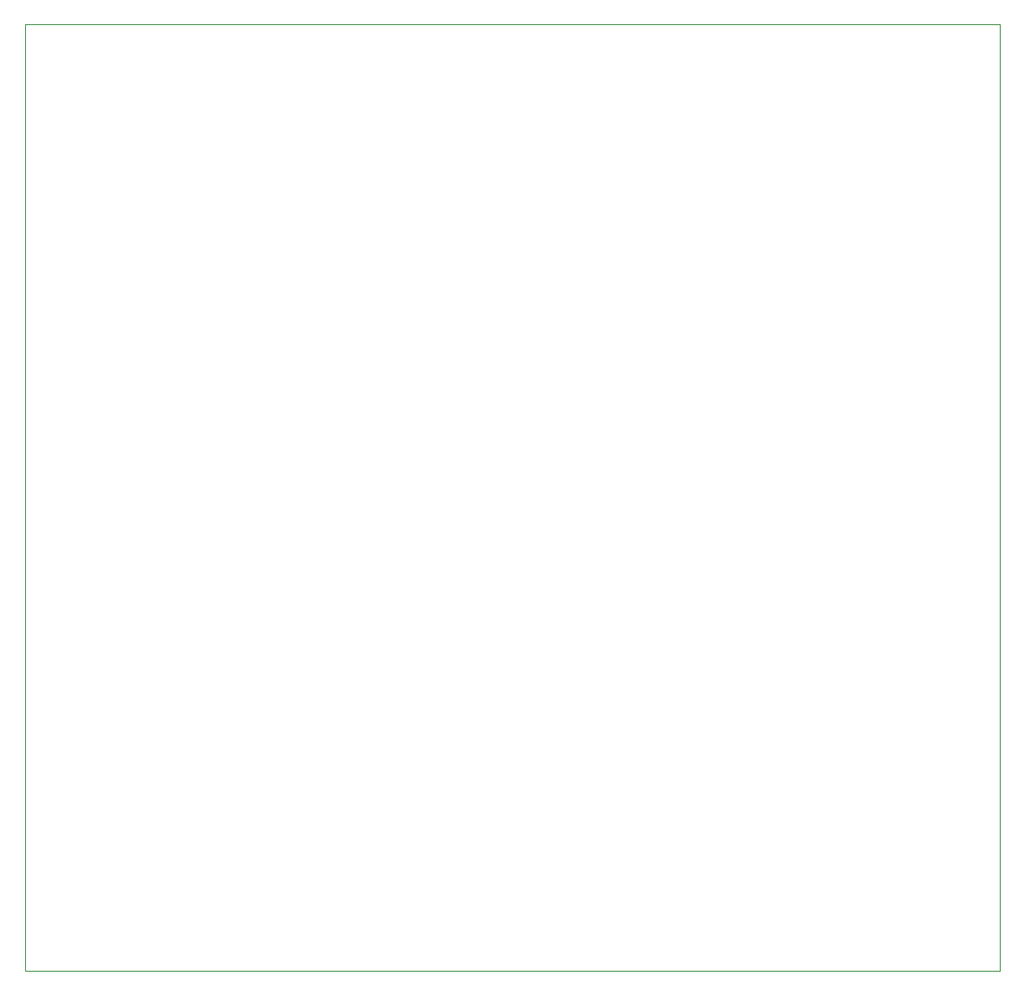
<source format=gbr>
%TF.GenerationSoftware,KiCad,Pcbnew,(6.0.7)*%
%TF.CreationDate,2023-04-20T22:54:43-04:00*%
%TF.ProjectId,NPN Tracer V2b,4e504e20-5472-4616-9365-72205632622e,rev?*%
%TF.SameCoordinates,Original*%
%TF.FileFunction,Profile,NP*%
%FSLAX46Y46*%
G04 Gerber Fmt 4.6, Leading zero omitted, Abs format (unit mm)*
G04 Created by KiCad (PCBNEW (6.0.7)) date 2023-04-20 22:54:43*
%MOMM*%
%LPD*%
G01*
G04 APERTURE LIST*
%TA.AperFunction,Profile*%
%ADD10C,0.100000*%
%TD*%
G04 APERTURE END LIST*
D10*
X52768500Y-154622500D02*
X144780000Y-154622500D01*
X144780000Y-154622500D02*
X144780000Y-65214500D01*
X144780000Y-65214500D02*
X52768500Y-65214500D01*
X52768500Y-65214500D02*
X52768500Y-154622500D01*
M02*

</source>
